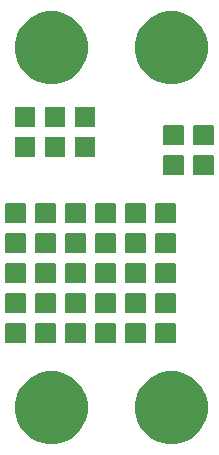
<source format=gbr>
%TF.GenerationSoftware,KiCad,Pcbnew,7.0.7-7.0.7~ubuntu23.04.1*%
%TF.CreationDate,2023-09-17T09:29:20+00:00*%
%TF.ProjectId,I2CHUB01,49324348-5542-4303-912e-6b696361645f,rev?*%
%TF.SameCoordinates,Original*%
%TF.FileFunction,Soldermask,Top*%
%TF.FilePolarity,Negative*%
%FSLAX46Y46*%
G04 Gerber Fmt 4.6, Leading zero omitted, Abs format (unit mm)*
G04 Created by KiCad (PCBNEW 7.0.7-7.0.7~ubuntu23.04.1) date 2023-09-17 09:29:20*
%MOMM*%
%LPD*%
G01*
G04 APERTURE LIST*
G04 APERTURE END LIST*
G36*
X5427090Y8160508D02*
G01*
X5769815Y8102277D01*
X6103865Y8006038D01*
X6425040Y7873003D01*
X6729299Y7704845D01*
X7012818Y7503678D01*
X7272031Y7272031D01*
X7503678Y7012818D01*
X7704845Y6729299D01*
X7873003Y6425040D01*
X8006038Y6103865D01*
X8102277Y5769815D01*
X8160508Y5427090D01*
X8180000Y5080000D01*
X8160508Y4732910D01*
X8102277Y4390185D01*
X8006038Y4056135D01*
X7873003Y3734960D01*
X7704845Y3430701D01*
X7503678Y3147182D01*
X7272031Y2887969D01*
X7012818Y2656322D01*
X6729299Y2455155D01*
X6425040Y2286997D01*
X6103865Y2153962D01*
X5769815Y2057723D01*
X5427090Y1999492D01*
X5080000Y1980000D01*
X4732910Y1999492D01*
X4390185Y2057723D01*
X4056135Y2153962D01*
X3734960Y2286997D01*
X3430701Y2455155D01*
X3147182Y2656322D01*
X2887969Y2887969D01*
X2656322Y3147182D01*
X2455155Y3430701D01*
X2286997Y3734960D01*
X2153962Y4056135D01*
X2057723Y4390185D01*
X1999492Y4732910D01*
X1980000Y5080000D01*
X1999492Y5427090D01*
X2057723Y5769815D01*
X2153962Y6103865D01*
X2286997Y6425040D01*
X2455155Y6729299D01*
X2656322Y7012818D01*
X2887969Y7272031D01*
X3147182Y7503678D01*
X3430701Y7704845D01*
X3734960Y7873003D01*
X4056135Y8006038D01*
X4390185Y8102277D01*
X4732910Y8160508D01*
X5080000Y8180000D01*
X5427090Y8160508D01*
G37*
G36*
X15587090Y8160508D02*
G01*
X15929815Y8102277D01*
X16263865Y8006038D01*
X16585040Y7873003D01*
X16889299Y7704845D01*
X17172818Y7503678D01*
X17432031Y7272031D01*
X17663678Y7012818D01*
X17864845Y6729299D01*
X18033003Y6425040D01*
X18166038Y6103865D01*
X18262277Y5769815D01*
X18320508Y5427090D01*
X18340000Y5080000D01*
X18320508Y4732910D01*
X18262277Y4390185D01*
X18166038Y4056135D01*
X18033003Y3734960D01*
X17864845Y3430701D01*
X17663678Y3147182D01*
X17432031Y2887969D01*
X17172818Y2656322D01*
X16889299Y2455155D01*
X16585040Y2286997D01*
X16263865Y2153962D01*
X15929815Y2057723D01*
X15587090Y1999492D01*
X15240000Y1980000D01*
X14892910Y1999492D01*
X14550185Y2057723D01*
X14216135Y2153962D01*
X13894960Y2286997D01*
X13590701Y2455155D01*
X13307182Y2656322D01*
X13047969Y2887969D01*
X12816322Y3147182D01*
X12615155Y3430701D01*
X12446997Y3734960D01*
X12313962Y4056135D01*
X12217723Y4390185D01*
X12159492Y4732910D01*
X12140000Y5080000D01*
X12159492Y5427090D01*
X12217723Y5769815D01*
X12313962Y6103865D01*
X12446997Y6425040D01*
X12615155Y6729299D01*
X12816322Y7012818D01*
X13047969Y7272031D01*
X13307182Y7503678D01*
X13590701Y7704845D01*
X13894960Y7873003D01*
X14216135Y8006038D01*
X14550185Y8102277D01*
X14892910Y8160508D01*
X15240000Y8180000D01*
X15587090Y8160508D01*
G37*
G36*
X2832268Y12220888D02*
G01*
X2864711Y12199211D01*
X2886388Y12166768D01*
X2894000Y12128500D01*
X2894000Y10604500D01*
X2886388Y10566232D01*
X2864711Y10533789D01*
X2832268Y10512112D01*
X2794000Y10504500D01*
X2789077Y10504500D01*
X1274922Y10504500D01*
X1270000Y10504500D01*
X1231732Y10512112D01*
X1199289Y10533789D01*
X1177612Y10566232D01*
X1170000Y10604500D01*
X1170000Y12128500D01*
X1177612Y12166768D01*
X1199289Y12199211D01*
X1231732Y12220888D01*
X1270000Y12228500D01*
X2794000Y12228500D01*
X2832268Y12220888D01*
G37*
G36*
X5372268Y12220888D02*
G01*
X5404711Y12199211D01*
X5426388Y12166768D01*
X5434000Y12128500D01*
X5434000Y10604500D01*
X5426388Y10566232D01*
X5404711Y10533789D01*
X5372268Y10512112D01*
X5334000Y10504500D01*
X5329077Y10504500D01*
X3814922Y10504500D01*
X3810000Y10504500D01*
X3771732Y10512112D01*
X3739289Y10533789D01*
X3717612Y10566232D01*
X3710000Y10604500D01*
X3710000Y12128500D01*
X3717612Y12166768D01*
X3739289Y12199211D01*
X3771732Y12220888D01*
X3810000Y12228500D01*
X5334000Y12228500D01*
X5372268Y12220888D01*
G37*
G36*
X7912268Y12220888D02*
G01*
X7944711Y12199211D01*
X7966388Y12166768D01*
X7974000Y12128500D01*
X7974000Y10604500D01*
X7966388Y10566232D01*
X7944711Y10533789D01*
X7912268Y10512112D01*
X7874000Y10504500D01*
X7869077Y10504500D01*
X6354922Y10504500D01*
X6350000Y10504500D01*
X6311732Y10512112D01*
X6279289Y10533789D01*
X6257612Y10566232D01*
X6250000Y10604500D01*
X6250000Y12128500D01*
X6257612Y12166768D01*
X6279289Y12199211D01*
X6311732Y12220888D01*
X6350000Y12228500D01*
X7874000Y12228500D01*
X7912268Y12220888D01*
G37*
G36*
X10452268Y12220888D02*
G01*
X10484711Y12199211D01*
X10506388Y12166768D01*
X10514000Y12128500D01*
X10514000Y10604500D01*
X10506388Y10566232D01*
X10484711Y10533789D01*
X10452268Y10512112D01*
X10414000Y10504500D01*
X10409077Y10504500D01*
X8894922Y10504500D01*
X8890000Y10504500D01*
X8851732Y10512112D01*
X8819289Y10533789D01*
X8797612Y10566232D01*
X8790000Y10604500D01*
X8790000Y12128500D01*
X8797612Y12166768D01*
X8819289Y12199211D01*
X8851732Y12220888D01*
X8890000Y12228500D01*
X10414000Y12228500D01*
X10452268Y12220888D01*
G37*
G36*
X12992268Y12220888D02*
G01*
X13024711Y12199211D01*
X13046388Y12166768D01*
X13054000Y12128500D01*
X13054000Y10604500D01*
X13046388Y10566232D01*
X13024711Y10533789D01*
X12992268Y10512112D01*
X12954000Y10504500D01*
X12949077Y10504500D01*
X11434922Y10504500D01*
X11430000Y10504500D01*
X11391732Y10512112D01*
X11359289Y10533789D01*
X11337612Y10566232D01*
X11330000Y10604500D01*
X11330000Y12128500D01*
X11337612Y12166768D01*
X11359289Y12199211D01*
X11391732Y12220888D01*
X11430000Y12228500D01*
X12954000Y12228500D01*
X12992268Y12220888D01*
G37*
G36*
X15532268Y12220888D02*
G01*
X15564711Y12199211D01*
X15586388Y12166768D01*
X15594000Y12128500D01*
X15594000Y10604500D01*
X15586388Y10566232D01*
X15564711Y10533789D01*
X15532268Y10512112D01*
X15494000Y10504500D01*
X15489077Y10504500D01*
X13974922Y10504500D01*
X13970000Y10504500D01*
X13931732Y10512112D01*
X13899289Y10533789D01*
X13877612Y10566232D01*
X13870000Y10604500D01*
X13870000Y12128500D01*
X13877612Y12166768D01*
X13899289Y12199211D01*
X13931732Y12220888D01*
X13970000Y12228500D01*
X15494000Y12228500D01*
X15532268Y12220888D01*
G37*
G36*
X2832268Y14760888D02*
G01*
X2864711Y14739211D01*
X2886388Y14706768D01*
X2894000Y14668500D01*
X2894000Y13144500D01*
X2886388Y13106232D01*
X2864711Y13073789D01*
X2832268Y13052112D01*
X2794000Y13044500D01*
X2789077Y13044500D01*
X1274922Y13044500D01*
X1270000Y13044500D01*
X1231732Y13052112D01*
X1199289Y13073789D01*
X1177612Y13106232D01*
X1170000Y13144500D01*
X1170000Y14668500D01*
X1177612Y14706768D01*
X1199289Y14739211D01*
X1231732Y14760888D01*
X1270000Y14768500D01*
X2794000Y14768500D01*
X2832268Y14760888D01*
G37*
G36*
X5372268Y14760888D02*
G01*
X5404711Y14739211D01*
X5426388Y14706768D01*
X5434000Y14668500D01*
X5434000Y13144500D01*
X5426388Y13106232D01*
X5404711Y13073789D01*
X5372268Y13052112D01*
X5334000Y13044500D01*
X5329077Y13044500D01*
X3814922Y13044500D01*
X3810000Y13044500D01*
X3771732Y13052112D01*
X3739289Y13073789D01*
X3717612Y13106232D01*
X3710000Y13144500D01*
X3710000Y14668500D01*
X3717612Y14706768D01*
X3739289Y14739211D01*
X3771732Y14760888D01*
X3810000Y14768500D01*
X5334000Y14768500D01*
X5372268Y14760888D01*
G37*
G36*
X7912268Y14760888D02*
G01*
X7944711Y14739211D01*
X7966388Y14706768D01*
X7974000Y14668500D01*
X7974000Y13144500D01*
X7966388Y13106232D01*
X7944711Y13073789D01*
X7912268Y13052112D01*
X7874000Y13044500D01*
X7869077Y13044500D01*
X6354922Y13044500D01*
X6350000Y13044500D01*
X6311732Y13052112D01*
X6279289Y13073789D01*
X6257612Y13106232D01*
X6250000Y13144500D01*
X6250000Y14668500D01*
X6257612Y14706768D01*
X6279289Y14739211D01*
X6311732Y14760888D01*
X6350000Y14768500D01*
X7874000Y14768500D01*
X7912268Y14760888D01*
G37*
G36*
X10452268Y14760888D02*
G01*
X10484711Y14739211D01*
X10506388Y14706768D01*
X10514000Y14668500D01*
X10514000Y13144500D01*
X10506388Y13106232D01*
X10484711Y13073789D01*
X10452268Y13052112D01*
X10414000Y13044500D01*
X10409077Y13044500D01*
X8894922Y13044500D01*
X8890000Y13044500D01*
X8851732Y13052112D01*
X8819289Y13073789D01*
X8797612Y13106232D01*
X8790000Y13144500D01*
X8790000Y14668500D01*
X8797612Y14706768D01*
X8819289Y14739211D01*
X8851732Y14760888D01*
X8890000Y14768500D01*
X10414000Y14768500D01*
X10452268Y14760888D01*
G37*
G36*
X12992268Y14760888D02*
G01*
X13024711Y14739211D01*
X13046388Y14706768D01*
X13054000Y14668500D01*
X13054000Y13144500D01*
X13046388Y13106232D01*
X13024711Y13073789D01*
X12992268Y13052112D01*
X12954000Y13044500D01*
X12949077Y13044500D01*
X11434922Y13044500D01*
X11430000Y13044500D01*
X11391732Y13052112D01*
X11359289Y13073789D01*
X11337612Y13106232D01*
X11330000Y13144500D01*
X11330000Y14668500D01*
X11337612Y14706768D01*
X11359289Y14739211D01*
X11391732Y14760888D01*
X11430000Y14768500D01*
X12954000Y14768500D01*
X12992268Y14760888D01*
G37*
G36*
X15532268Y14760888D02*
G01*
X15564711Y14739211D01*
X15586388Y14706768D01*
X15594000Y14668500D01*
X15594000Y13144500D01*
X15586388Y13106232D01*
X15564711Y13073789D01*
X15532268Y13052112D01*
X15494000Y13044500D01*
X15489077Y13044500D01*
X13974922Y13044500D01*
X13970000Y13044500D01*
X13931732Y13052112D01*
X13899289Y13073789D01*
X13877612Y13106232D01*
X13870000Y13144500D01*
X13870000Y14668500D01*
X13877612Y14706768D01*
X13899289Y14739211D01*
X13931732Y14760888D01*
X13970000Y14768500D01*
X15494000Y14768500D01*
X15532268Y14760888D01*
G37*
G36*
X2832268Y17300888D02*
G01*
X2864711Y17279211D01*
X2886388Y17246768D01*
X2894000Y17208500D01*
X2894000Y15684500D01*
X2886388Y15646232D01*
X2864711Y15613789D01*
X2832268Y15592112D01*
X2794000Y15584500D01*
X2789077Y15584500D01*
X1274922Y15584500D01*
X1270000Y15584500D01*
X1231732Y15592112D01*
X1199289Y15613789D01*
X1177612Y15646232D01*
X1170000Y15684500D01*
X1170000Y17208500D01*
X1177612Y17246768D01*
X1199289Y17279211D01*
X1231732Y17300888D01*
X1270000Y17308500D01*
X2794000Y17308500D01*
X2832268Y17300888D01*
G37*
G36*
X5372268Y17300888D02*
G01*
X5404711Y17279211D01*
X5426388Y17246768D01*
X5434000Y17208500D01*
X5434000Y15684500D01*
X5426388Y15646232D01*
X5404711Y15613789D01*
X5372268Y15592112D01*
X5334000Y15584500D01*
X5329077Y15584500D01*
X3814922Y15584500D01*
X3810000Y15584500D01*
X3771732Y15592112D01*
X3739289Y15613789D01*
X3717612Y15646232D01*
X3710000Y15684500D01*
X3710000Y17208500D01*
X3717612Y17246768D01*
X3739289Y17279211D01*
X3771732Y17300888D01*
X3810000Y17308500D01*
X5334000Y17308500D01*
X5372268Y17300888D01*
G37*
G36*
X7912268Y17300888D02*
G01*
X7944711Y17279211D01*
X7966388Y17246768D01*
X7974000Y17208500D01*
X7974000Y15684500D01*
X7966388Y15646232D01*
X7944711Y15613789D01*
X7912268Y15592112D01*
X7874000Y15584500D01*
X7869077Y15584500D01*
X6354922Y15584500D01*
X6350000Y15584500D01*
X6311732Y15592112D01*
X6279289Y15613789D01*
X6257612Y15646232D01*
X6250000Y15684500D01*
X6250000Y17208500D01*
X6257612Y17246768D01*
X6279289Y17279211D01*
X6311732Y17300888D01*
X6350000Y17308500D01*
X7874000Y17308500D01*
X7912268Y17300888D01*
G37*
G36*
X10452268Y17300888D02*
G01*
X10484711Y17279211D01*
X10506388Y17246768D01*
X10514000Y17208500D01*
X10514000Y15684500D01*
X10506388Y15646232D01*
X10484711Y15613789D01*
X10452268Y15592112D01*
X10414000Y15584500D01*
X10409077Y15584500D01*
X8894922Y15584500D01*
X8890000Y15584500D01*
X8851732Y15592112D01*
X8819289Y15613789D01*
X8797612Y15646232D01*
X8790000Y15684500D01*
X8790000Y17208500D01*
X8797612Y17246768D01*
X8819289Y17279211D01*
X8851732Y17300888D01*
X8890000Y17308500D01*
X10414000Y17308500D01*
X10452268Y17300888D01*
G37*
G36*
X12992268Y17300888D02*
G01*
X13024711Y17279211D01*
X13046388Y17246768D01*
X13054000Y17208500D01*
X13054000Y15684500D01*
X13046388Y15646232D01*
X13024711Y15613789D01*
X12992268Y15592112D01*
X12954000Y15584500D01*
X12949077Y15584500D01*
X11434922Y15584500D01*
X11430000Y15584500D01*
X11391732Y15592112D01*
X11359289Y15613789D01*
X11337612Y15646232D01*
X11330000Y15684500D01*
X11330000Y17208500D01*
X11337612Y17246768D01*
X11359289Y17279211D01*
X11391732Y17300888D01*
X11430000Y17308500D01*
X12954000Y17308500D01*
X12992268Y17300888D01*
G37*
G36*
X15532268Y17300888D02*
G01*
X15564711Y17279211D01*
X15586388Y17246768D01*
X15594000Y17208500D01*
X15594000Y15684500D01*
X15586388Y15646232D01*
X15564711Y15613789D01*
X15532268Y15592112D01*
X15494000Y15584500D01*
X15489077Y15584500D01*
X13974922Y15584500D01*
X13970000Y15584500D01*
X13931732Y15592112D01*
X13899289Y15613789D01*
X13877612Y15646232D01*
X13870000Y15684500D01*
X13870000Y17208500D01*
X13877612Y17246768D01*
X13899289Y17279211D01*
X13931732Y17300888D01*
X13970000Y17308500D01*
X15494000Y17308500D01*
X15532268Y17300888D01*
G37*
G36*
X2832268Y19840888D02*
G01*
X2864711Y19819211D01*
X2886388Y19786768D01*
X2894000Y19748500D01*
X2894000Y18224500D01*
X2886388Y18186232D01*
X2864711Y18153789D01*
X2832268Y18132112D01*
X2794000Y18124500D01*
X2789077Y18124500D01*
X1274922Y18124500D01*
X1270000Y18124500D01*
X1231732Y18132112D01*
X1199289Y18153789D01*
X1177612Y18186232D01*
X1170000Y18224500D01*
X1170000Y19748500D01*
X1177612Y19786768D01*
X1199289Y19819211D01*
X1231732Y19840888D01*
X1270000Y19848500D01*
X2794000Y19848500D01*
X2832268Y19840888D01*
G37*
G36*
X5372268Y19840888D02*
G01*
X5404711Y19819211D01*
X5426388Y19786768D01*
X5434000Y19748500D01*
X5434000Y18224500D01*
X5426388Y18186232D01*
X5404711Y18153789D01*
X5372268Y18132112D01*
X5334000Y18124500D01*
X5329077Y18124500D01*
X3814922Y18124500D01*
X3810000Y18124500D01*
X3771732Y18132112D01*
X3739289Y18153789D01*
X3717612Y18186232D01*
X3710000Y18224500D01*
X3710000Y19748500D01*
X3717612Y19786768D01*
X3739289Y19819211D01*
X3771732Y19840888D01*
X3810000Y19848500D01*
X5334000Y19848500D01*
X5372268Y19840888D01*
G37*
G36*
X7912268Y19840888D02*
G01*
X7944711Y19819211D01*
X7966388Y19786768D01*
X7974000Y19748500D01*
X7974000Y18224500D01*
X7966388Y18186232D01*
X7944711Y18153789D01*
X7912268Y18132112D01*
X7874000Y18124500D01*
X7869077Y18124500D01*
X6354922Y18124500D01*
X6350000Y18124500D01*
X6311732Y18132112D01*
X6279289Y18153789D01*
X6257612Y18186232D01*
X6250000Y18224500D01*
X6250000Y19748500D01*
X6257612Y19786768D01*
X6279289Y19819211D01*
X6311732Y19840888D01*
X6350000Y19848500D01*
X7874000Y19848500D01*
X7912268Y19840888D01*
G37*
G36*
X10452268Y19840888D02*
G01*
X10484711Y19819211D01*
X10506388Y19786768D01*
X10514000Y19748500D01*
X10514000Y18224500D01*
X10506388Y18186232D01*
X10484711Y18153789D01*
X10452268Y18132112D01*
X10414000Y18124500D01*
X10409077Y18124500D01*
X8894922Y18124500D01*
X8890000Y18124500D01*
X8851732Y18132112D01*
X8819289Y18153789D01*
X8797612Y18186232D01*
X8790000Y18224500D01*
X8790000Y19748500D01*
X8797612Y19786768D01*
X8819289Y19819211D01*
X8851732Y19840888D01*
X8890000Y19848500D01*
X10414000Y19848500D01*
X10452268Y19840888D01*
G37*
G36*
X12992268Y19840888D02*
G01*
X13024711Y19819211D01*
X13046388Y19786768D01*
X13054000Y19748500D01*
X13054000Y18224500D01*
X13046388Y18186232D01*
X13024711Y18153789D01*
X12992268Y18132112D01*
X12954000Y18124500D01*
X12949077Y18124500D01*
X11434922Y18124500D01*
X11430000Y18124500D01*
X11391732Y18132112D01*
X11359289Y18153789D01*
X11337612Y18186232D01*
X11330000Y18224500D01*
X11330000Y19748500D01*
X11337612Y19786768D01*
X11359289Y19819211D01*
X11391732Y19840888D01*
X11430000Y19848500D01*
X12954000Y19848500D01*
X12992268Y19840888D01*
G37*
G36*
X15532268Y19840888D02*
G01*
X15564711Y19819211D01*
X15586388Y19786768D01*
X15594000Y19748500D01*
X15594000Y18224500D01*
X15586388Y18186232D01*
X15564711Y18153789D01*
X15532268Y18132112D01*
X15494000Y18124500D01*
X15489077Y18124500D01*
X13974922Y18124500D01*
X13970000Y18124500D01*
X13931732Y18132112D01*
X13899289Y18153789D01*
X13877612Y18186232D01*
X13870000Y18224500D01*
X13870000Y19748500D01*
X13877612Y19786768D01*
X13899289Y19819211D01*
X13931732Y19840888D01*
X13970000Y19848500D01*
X15494000Y19848500D01*
X15532268Y19840888D01*
G37*
G36*
X2832268Y22380888D02*
G01*
X2864711Y22359211D01*
X2886388Y22326768D01*
X2894000Y22288500D01*
X2894000Y20764500D01*
X2886388Y20726232D01*
X2864711Y20693789D01*
X2832268Y20672112D01*
X2794000Y20664500D01*
X2789077Y20664500D01*
X1274922Y20664500D01*
X1270000Y20664500D01*
X1231732Y20672112D01*
X1199289Y20693789D01*
X1177612Y20726232D01*
X1170000Y20764500D01*
X1170000Y22288500D01*
X1177612Y22326768D01*
X1199289Y22359211D01*
X1231732Y22380888D01*
X1270000Y22388500D01*
X2794000Y22388500D01*
X2832268Y22380888D01*
G37*
G36*
X5372268Y22380888D02*
G01*
X5404711Y22359211D01*
X5426388Y22326768D01*
X5434000Y22288500D01*
X5434000Y20764500D01*
X5426388Y20726232D01*
X5404711Y20693789D01*
X5372268Y20672112D01*
X5334000Y20664500D01*
X5329077Y20664500D01*
X3814922Y20664500D01*
X3810000Y20664500D01*
X3771732Y20672112D01*
X3739289Y20693789D01*
X3717612Y20726232D01*
X3710000Y20764500D01*
X3710000Y22288500D01*
X3717612Y22326768D01*
X3739289Y22359211D01*
X3771732Y22380888D01*
X3810000Y22388500D01*
X5334000Y22388500D01*
X5372268Y22380888D01*
G37*
G36*
X7912268Y22380888D02*
G01*
X7944711Y22359211D01*
X7966388Y22326768D01*
X7974000Y22288500D01*
X7974000Y20764500D01*
X7966388Y20726232D01*
X7944711Y20693789D01*
X7912268Y20672112D01*
X7874000Y20664500D01*
X7869077Y20664500D01*
X6354922Y20664500D01*
X6350000Y20664500D01*
X6311732Y20672112D01*
X6279289Y20693789D01*
X6257612Y20726232D01*
X6250000Y20764500D01*
X6250000Y22288500D01*
X6257612Y22326768D01*
X6279289Y22359211D01*
X6311732Y22380888D01*
X6350000Y22388500D01*
X7874000Y22388500D01*
X7912268Y22380888D01*
G37*
G36*
X10452268Y22380888D02*
G01*
X10484711Y22359211D01*
X10506388Y22326768D01*
X10514000Y22288500D01*
X10514000Y20764500D01*
X10506388Y20726232D01*
X10484711Y20693789D01*
X10452268Y20672112D01*
X10414000Y20664500D01*
X10409077Y20664500D01*
X8894922Y20664500D01*
X8890000Y20664500D01*
X8851732Y20672112D01*
X8819289Y20693789D01*
X8797612Y20726232D01*
X8790000Y20764500D01*
X8790000Y22288500D01*
X8797612Y22326768D01*
X8819289Y22359211D01*
X8851732Y22380888D01*
X8890000Y22388500D01*
X10414000Y22388500D01*
X10452268Y22380888D01*
G37*
G36*
X12992268Y22380888D02*
G01*
X13024711Y22359211D01*
X13046388Y22326768D01*
X13054000Y22288500D01*
X13054000Y20764500D01*
X13046388Y20726232D01*
X13024711Y20693789D01*
X12992268Y20672112D01*
X12954000Y20664500D01*
X12949077Y20664500D01*
X11434922Y20664500D01*
X11430000Y20664500D01*
X11391732Y20672112D01*
X11359289Y20693789D01*
X11337612Y20726232D01*
X11330000Y20764500D01*
X11330000Y22288500D01*
X11337612Y22326768D01*
X11359289Y22359211D01*
X11391732Y22380888D01*
X11430000Y22388500D01*
X12954000Y22388500D01*
X12992268Y22380888D01*
G37*
G36*
X15532268Y22380888D02*
G01*
X15564711Y22359211D01*
X15586388Y22326768D01*
X15594000Y22288500D01*
X15594000Y20764500D01*
X15586388Y20726232D01*
X15564711Y20693789D01*
X15532268Y20672112D01*
X15494000Y20664500D01*
X15489077Y20664500D01*
X13974922Y20664500D01*
X13970000Y20664500D01*
X13931732Y20672112D01*
X13899289Y20693789D01*
X13877612Y20726232D01*
X13870000Y20764500D01*
X13870000Y22288500D01*
X13877612Y22326768D01*
X13899289Y22359211D01*
X13931732Y22380888D01*
X13970000Y22388500D01*
X15494000Y22388500D01*
X15532268Y22380888D01*
G37*
G36*
X16230768Y26444888D02*
G01*
X16263211Y26423211D01*
X16284888Y26390768D01*
X16292500Y26352500D01*
X16292500Y24828500D01*
X16284888Y24790232D01*
X16263211Y24757789D01*
X16230768Y24736112D01*
X16192500Y24728500D01*
X16187577Y24728500D01*
X14673422Y24728500D01*
X14668500Y24728500D01*
X14630232Y24736112D01*
X14597789Y24757789D01*
X14576112Y24790232D01*
X14568500Y24828500D01*
X14568500Y26352500D01*
X14576112Y26390768D01*
X14597789Y26423211D01*
X14630232Y26444888D01*
X14668500Y26452500D01*
X16192500Y26452500D01*
X16230768Y26444888D01*
G37*
G36*
X18770768Y26444888D02*
G01*
X18803211Y26423211D01*
X18824888Y26390768D01*
X18832500Y26352500D01*
X18832500Y24828500D01*
X18824888Y24790232D01*
X18803211Y24757789D01*
X18770768Y24736112D01*
X18732500Y24728500D01*
X18727577Y24728500D01*
X17213422Y24728500D01*
X17208500Y24728500D01*
X17170232Y24736112D01*
X17137789Y24757789D01*
X17116112Y24790232D01*
X17108500Y24828500D01*
X17108500Y26352500D01*
X17116112Y26390768D01*
X17137789Y26423211D01*
X17170232Y26444888D01*
X17208500Y26452500D01*
X18732500Y26452500D01*
X18770768Y26444888D01*
G37*
G36*
X3657768Y27968888D02*
G01*
X3690211Y27947211D01*
X3711888Y27914768D01*
X3719500Y27876500D01*
X3719500Y26352500D01*
X3711888Y26314232D01*
X3690211Y26281789D01*
X3657768Y26260112D01*
X3619500Y26252500D01*
X3614577Y26252500D01*
X2100422Y26252500D01*
X2095500Y26252500D01*
X2057232Y26260112D01*
X2024789Y26281789D01*
X2003112Y26314232D01*
X1995500Y26352500D01*
X1995500Y27876500D01*
X2003112Y27914768D01*
X2024789Y27947211D01*
X2057232Y27968888D01*
X2095500Y27976500D01*
X3619500Y27976500D01*
X3657768Y27968888D01*
G37*
G36*
X6197768Y27968888D02*
G01*
X6230211Y27947211D01*
X6251888Y27914768D01*
X6259500Y27876500D01*
X6259500Y26352500D01*
X6251888Y26314232D01*
X6230211Y26281789D01*
X6197768Y26260112D01*
X6159500Y26252500D01*
X6154577Y26252500D01*
X4640422Y26252500D01*
X4635500Y26252500D01*
X4597232Y26260112D01*
X4564789Y26281789D01*
X4543112Y26314232D01*
X4535500Y26352500D01*
X4535500Y27876500D01*
X4543112Y27914768D01*
X4564789Y27947211D01*
X4597232Y27968888D01*
X4635500Y27976500D01*
X6159500Y27976500D01*
X6197768Y27968888D01*
G37*
G36*
X8737768Y27968888D02*
G01*
X8770211Y27947211D01*
X8791888Y27914768D01*
X8799500Y27876500D01*
X8799500Y26352500D01*
X8791888Y26314232D01*
X8770211Y26281789D01*
X8737768Y26260112D01*
X8699500Y26252500D01*
X8694577Y26252500D01*
X7180422Y26252500D01*
X7175500Y26252500D01*
X7137232Y26260112D01*
X7104789Y26281789D01*
X7083112Y26314232D01*
X7075500Y26352500D01*
X7075500Y27876500D01*
X7083112Y27914768D01*
X7104789Y27947211D01*
X7137232Y27968888D01*
X7175500Y27976500D01*
X8699500Y27976500D01*
X8737768Y27968888D01*
G37*
G36*
X16230768Y28984888D02*
G01*
X16263211Y28963211D01*
X16284888Y28930768D01*
X16292500Y28892500D01*
X16292500Y27368500D01*
X16284888Y27330232D01*
X16263211Y27297789D01*
X16230768Y27276112D01*
X16192500Y27268500D01*
X16187577Y27268500D01*
X14673422Y27268500D01*
X14668500Y27268500D01*
X14630232Y27276112D01*
X14597789Y27297789D01*
X14576112Y27330232D01*
X14568500Y27368500D01*
X14568500Y28892500D01*
X14576112Y28930768D01*
X14597789Y28963211D01*
X14630232Y28984888D01*
X14668500Y28992500D01*
X16192500Y28992500D01*
X16230768Y28984888D01*
G37*
G36*
X18770768Y28984888D02*
G01*
X18803211Y28963211D01*
X18824888Y28930768D01*
X18832500Y28892500D01*
X18832500Y27368500D01*
X18824888Y27330232D01*
X18803211Y27297789D01*
X18770768Y27276112D01*
X18732500Y27268500D01*
X18727577Y27268500D01*
X17213422Y27268500D01*
X17208500Y27268500D01*
X17170232Y27276112D01*
X17137789Y27297789D01*
X17116112Y27330232D01*
X17108500Y27368500D01*
X17108500Y28892500D01*
X17116112Y28930768D01*
X17137789Y28963211D01*
X17170232Y28984888D01*
X17208500Y28992500D01*
X18732500Y28992500D01*
X18770768Y28984888D01*
G37*
G36*
X3657768Y30508888D02*
G01*
X3690211Y30487211D01*
X3711888Y30454768D01*
X3719500Y30416500D01*
X3719500Y28892500D01*
X3711888Y28854232D01*
X3690211Y28821789D01*
X3657768Y28800112D01*
X3619500Y28792500D01*
X3614577Y28792500D01*
X2100422Y28792500D01*
X2095500Y28792500D01*
X2057232Y28800112D01*
X2024789Y28821789D01*
X2003112Y28854232D01*
X1995500Y28892500D01*
X1995500Y30416500D01*
X2003112Y30454768D01*
X2024789Y30487211D01*
X2057232Y30508888D01*
X2095500Y30516500D01*
X3619500Y30516500D01*
X3657768Y30508888D01*
G37*
G36*
X6197768Y30508888D02*
G01*
X6230211Y30487211D01*
X6251888Y30454768D01*
X6259500Y30416500D01*
X6259500Y28892500D01*
X6251888Y28854232D01*
X6230211Y28821789D01*
X6197768Y28800112D01*
X6159500Y28792500D01*
X6154577Y28792500D01*
X4640422Y28792500D01*
X4635500Y28792500D01*
X4597232Y28800112D01*
X4564789Y28821789D01*
X4543112Y28854232D01*
X4535500Y28892500D01*
X4535500Y30416500D01*
X4543112Y30454768D01*
X4564789Y30487211D01*
X4597232Y30508888D01*
X4635500Y30516500D01*
X6159500Y30516500D01*
X6197768Y30508888D01*
G37*
G36*
X8737768Y30508888D02*
G01*
X8770211Y30487211D01*
X8791888Y30454768D01*
X8799500Y30416500D01*
X8799500Y28892500D01*
X8791888Y28854232D01*
X8770211Y28821789D01*
X8737768Y28800112D01*
X8699500Y28792500D01*
X8694577Y28792500D01*
X7180422Y28792500D01*
X7175500Y28792500D01*
X7137232Y28800112D01*
X7104789Y28821789D01*
X7083112Y28854232D01*
X7075500Y28892500D01*
X7075500Y30416500D01*
X7083112Y30454768D01*
X7104789Y30487211D01*
X7137232Y30508888D01*
X7175500Y30516500D01*
X8699500Y30516500D01*
X8737768Y30508888D01*
G37*
G36*
X5427090Y38640508D02*
G01*
X5769815Y38582277D01*
X6103865Y38486038D01*
X6425040Y38353003D01*
X6729299Y38184845D01*
X7012818Y37983678D01*
X7272031Y37752031D01*
X7503678Y37492818D01*
X7704845Y37209299D01*
X7873003Y36905040D01*
X8006038Y36583865D01*
X8102277Y36249815D01*
X8160508Y35907090D01*
X8180000Y35560000D01*
X8160508Y35212910D01*
X8102277Y34870185D01*
X8006038Y34536135D01*
X7873003Y34214960D01*
X7704845Y33910701D01*
X7503678Y33627182D01*
X7272031Y33367969D01*
X7012818Y33136322D01*
X6729299Y32935155D01*
X6425040Y32766997D01*
X6103865Y32633962D01*
X5769815Y32537723D01*
X5427090Y32479492D01*
X5080000Y32460000D01*
X4732910Y32479492D01*
X4390185Y32537723D01*
X4056135Y32633962D01*
X3734960Y32766997D01*
X3430701Y32935155D01*
X3147182Y33136322D01*
X2887969Y33367969D01*
X2656322Y33627182D01*
X2455155Y33910701D01*
X2286997Y34214960D01*
X2153962Y34536135D01*
X2057723Y34870185D01*
X1999492Y35212910D01*
X1980000Y35560000D01*
X1999492Y35907090D01*
X2057723Y36249815D01*
X2153962Y36583865D01*
X2286997Y36905040D01*
X2455155Y37209299D01*
X2656322Y37492818D01*
X2887969Y37752031D01*
X3147182Y37983678D01*
X3430701Y38184845D01*
X3734960Y38353003D01*
X4056135Y38486038D01*
X4390185Y38582277D01*
X4732910Y38640508D01*
X5080000Y38660000D01*
X5427090Y38640508D01*
G37*
G36*
X15587090Y38640508D02*
G01*
X15929815Y38582277D01*
X16263865Y38486038D01*
X16585040Y38353003D01*
X16889299Y38184845D01*
X17172818Y37983678D01*
X17432031Y37752031D01*
X17663678Y37492818D01*
X17864845Y37209299D01*
X18033003Y36905040D01*
X18166038Y36583865D01*
X18262277Y36249815D01*
X18320508Y35907090D01*
X18340000Y35560000D01*
X18320508Y35212910D01*
X18262277Y34870185D01*
X18166038Y34536135D01*
X18033003Y34214960D01*
X17864845Y33910701D01*
X17663678Y33627182D01*
X17432031Y33367969D01*
X17172818Y33136322D01*
X16889299Y32935155D01*
X16585040Y32766997D01*
X16263865Y32633962D01*
X15929815Y32537723D01*
X15587090Y32479492D01*
X15240000Y32460000D01*
X14892910Y32479492D01*
X14550185Y32537723D01*
X14216135Y32633962D01*
X13894960Y32766997D01*
X13590701Y32935155D01*
X13307182Y33136322D01*
X13047969Y33367969D01*
X12816322Y33627182D01*
X12615155Y33910701D01*
X12446997Y34214960D01*
X12313962Y34536135D01*
X12217723Y34870185D01*
X12159492Y35212910D01*
X12140000Y35560000D01*
X12159492Y35907090D01*
X12217723Y36249815D01*
X12313962Y36583865D01*
X12446997Y36905040D01*
X12615155Y37209299D01*
X12816322Y37492818D01*
X13047969Y37752031D01*
X13307182Y37983678D01*
X13590701Y38184845D01*
X13894960Y38353003D01*
X14216135Y38486038D01*
X14550185Y38582277D01*
X14892910Y38640508D01*
X15240000Y38660000D01*
X15587090Y38640508D01*
G37*
M02*

</source>
